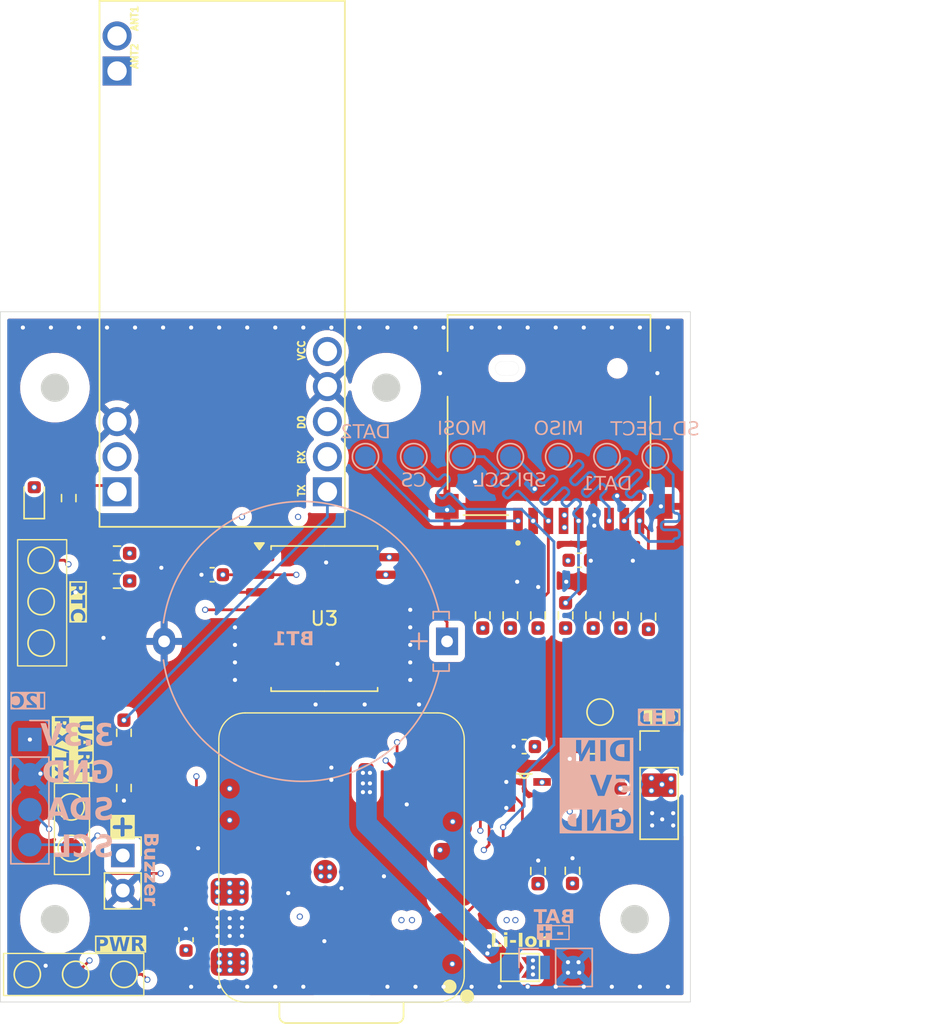
<source format=kicad_pcb>
(kicad_pcb (version 20241229) (generator "pcbnew") (generator_version "9.0")
  (layers (0 "F.Cu" signal) (4 "In1.Cu" signal) (6 "In2.Cu" signal) (8 "In3.Cu" signal) (10 "In4.Cu" signal) (2 "B.Cu" signal) (13 "F.Paste" user) (15 "B.Paste" user) (5 "F.SilkS" user "F.Silkscreen") (7 "B.SilkS" user "B.Silkscreen") (1 "F.Mask" user) (3 "B.Mask" user) (25 "Edge.Cuts" user))
  (net 0 "")
  (net 1 "GND")
  (net 2 "+5V")
  (net 3 "+3.3V")
  (net 4 "Net-(U2-Y)")
  (net 5 "/LED_Din")
  (net 6 "/UART_RX")
  (net 7 "Net-(R3-Pad1)")
  (net 8 "/SD_DECT")
  (net 9 "/MISO")
  (net 10 "/SPI_SCL")
  (net 11 "/MOSI")
  (net 12 "/SPI_CS")
  (net 13 "Net-(D2-K)")
  (net 18 "/Buzzer")
  (net 20 "/LED_Driver")
  (net 22 "Net-(U1-GPIO16_D6_TX)")
  (net 23 "/I2C_SCL")
  (net 26 "/I2C_SDA")
  (net 29 "/DAT2")
  (net 30 "/DAT1")
  (net 31 "Net-(R1-Pad1)")
  (net 32 "Net-(J1-Pin_1)")
  (net 33 "/Battery_Cell")
  (net 34 "Net-(U3-32KHZ)")
  (net 35 "Net-(U3-~{INT}{slash}SQW)")
  (net 36 "Net-(U3-~{RST})")
  (net 37 "Net-(JP1-A)")
  (footprint "Capacitor_SMD:C_0603_1608Metric" (layer "F.Cu") (at 123 97.5 180)
    (property "Reference" "C5" (hide yes))
    (property "Value" "100nF" (hide yes))
  )
  (footprint "Connector_PinHeader_2.54mm:PinHeader_1x03_P2.54mm_Vertical" (layer "F.Cu") (at 128.778 111.252)
    (property "Reference" "J3" (hide yes))
    (property "Value" "LED")
  )
  (footprint "Seeed Studio XIAO Series Library:XIAO-ESP32C6-SMD" (layer "F.Cu") (at 105.54 119 180)
    (property "Reference" "U1" (hide yes))
    (property "Value" "XIAO-ESP32-S3-SMD")
  )
  (footprint "TestPoint:TestPoint_Pad_D1.5mm" (layer "F.Cu") (at 83 127.5)
    (property "Reference" "TP3" (hide yes))
    (property "Value" "GND" (hide yes))
  )
  (footprint "LED_SMD:LED_0603_1608Metric" (layer "F.Cu") (at 83.5 93 90)
    (property "Reference" "D2" (hide yes))
    (property "Value" "LED" (hide yes))
  )
  (footprint "Resistor_SMD:R_0603_1608Metric_Pad0.98x0.95mm_HandSolder" (layer "F.Cu") (at 120 101.5 90)
    (property "Reference" "R14" (hide yes))
    (property "Value" "47k" (hide yes))
  )
  (footprint "Resistor_SMD:R_0603_1608Metric_Pad0.98x0.95mm_HandSolder" (layer "F.Cu") (at 122 101.5 90)
    (property "Reference" "R13" (hide yes))
    (property "Value" "47k" (hide yes))
  )
  (footprint "Resistor_SMD:R_0603_1608Metric_Pad0.98x0.95mm_HandSolder" (layer "F.Cu") (at 90 110 -90)
    (property "Reference" "R3" (hide yes))
    (property "Value" "10K" (hide yes))
  )
  (footprint "Capacitor_SMD:C_0603_1608Metric" (layer "F.Cu") (at 96.393 98.552)
    (property "Reference" "C2" (hide yes))
    (property "Value" "100nF" (hide yes))
  )
  (footprint "TestPoint:TestPoint_Pad_D1.5mm" (layer "F.Cu") (at 84 103.5)
    (property "Reference" "TP1" (hide yes))
    (property "Value" "TestPoint" (hide yes))
  )
  (footprint "Package_SO:SOIC-16W_7.5x10.3mm_P1.27mm" (layer "F.Cu") (at 104.521 101.727)
    (property "Reference" "U3")
    (property "Value" "DS3231M" (hide yes))
  )
  (footprint "Connector_PinSocket_2.54mm:PinSocket_1x02_P2.54mm_Vertical" (layer "F.Cu") (at 89.916 118.888)
    (property "Reference" "BZ1" (hide yes))
    (property "Value" "Buzzer" (hide yes))
  )
  (footprint "Resistor_SMD:R_0603_1608Metric_Pad0.98x0.95mm_HandSolder" (layer "F.Cu") (at 116 101.5 90)
    (property "Reference" "R15" (hide yes))
    (property "Value" "47k" (hide yes))
  )
  (footprint "TestPoint:TestPoint_Pad_D1.5mm" (layer "F.Cu") (at 86.175 118.373)
    (property "Reference" "TP8" (hide yes))
    (property "Value" "UART_TX" (hide yes))
  )
  (footprint "Jumper:SolderJumper-2_P1.3mm_Open_TrianglePad1.0x1.5mm" (layer "F.Cu") (at 118.708 127)
    (property "Reference" "JP1" (hide yes))
    (property "Value" "Li-Ion")
  )
  (footprint "footprints:RDM6300" (layer "F.Cu") (at 97.12 76.03 -90)
    (property "Reference" "RDM1" (hide yes))
    (property "Value" "RDM6300")
  )
  (footprint "Resistor_SMD:R_0603_1608Metric_Pad0.98x0.95mm_HandSolder" (layer "F.Cu") (at 89.5 97 180)
    (property "Reference" "R7" (hide yes))
    (property "Value" "NC" (hide yes))
  )
  (footprint "Resistor_SMD:R_0603_1608Metric_Pad0.98x0.95mm_HandSolder" (layer "F.Cu") (at 89.5 99 180)
    (property "Reference" "R8" (hide yes))
    (property "Value" "NC" (hide yes))
  )
  (footprint "footprints:SOT95P280X145-5N" (layer "F.Cu") (at 119 114.5)
    (property "Reference" "U2" (hide yes))
    (property "Value" "SN74AHCT1G125DBVT" (hide yes))
  )
  (footprint "Capacitor_SMD:C_0603_1608Metric" (layer "F.Cu") (at 119 111)
    (property "Reference" "C3" (hide yes))
    (property "Value" "100nF" (hide yes))
  )
  (footprint "Resistor_SMD:R_0603_1608Metric_Pad0.98x0.95mm_HandSolder" (layer "F.Cu") (at 86 93 -90)
    (property "Reference" "R1" (hide yes))
    (property "Value" "150R" (hide yes))
  )
  (footprint "Resistor_SMD:R_0603_1608Metric_Pad0.98x0.95mm_HandSolder" (layer "F.Cu") (at 124 111)
    (property "Reference" "R2" (hide yes))
    (property "Value" "100R" (hide yes))
  )
  (footprint "Resistor_SMD:R_0603_1608Metric_Pad0.98x0.95mm_HandSolder" (layer "F.Cu") (at 124 101.5 90)
    (property "Reference" "R12" (hide yes))
    (property "Value" "47k" (hide yes))
  )
  (footprint "TestPoint:TestPoint_Pad_D1.5mm" (layer "F.Cu") (at 84 100.5)
    (property "Reference" "TP10" (hide yes))
    (property "Value" "TestPoint" (hide yes))
  )
  (footprint "TestPoint:TestPoint_Pad_D1.5mm" (layer "F.Cu") (at 86.5 127.5)
    (property "Reference" "TP2" (hide yes))
    (property "Value" "+5V" (hide yes))
  )
  (footprint "TestPoint:TestPoint_Pad_D1.5mm" (layer "F.Cu") (at 90 127.5)
    (property "Reference" "TP4" (hide yes))
    (property "Value" "3,3V" (hide yes))
  )
  (footprint "Resistor_SMD:R_0603_1608Metric_Pad0.98x0.95mm_HandSolder" (layer "F.Cu") (at 128 101.5875 90)
    (property "Reference" "R11" (hide yes))
    (property "Value" "47k" (hide yes))
  )
  (footprint "TestPoint:TestPoint_Pad_D1.5mm" (layer "F.Cu") (at 124.5 108.5)
    (property "Reference" "TP5" (hide yes))
    (property "Value" "Din" (hide yes))
  )
  (footprint "Resistor_SMD:R_0603_1608Metric_Pad0.98x0.95mm_HandSolder" (layer "F.Cu") (at 118 101.5 90)
    (property "Reference" "R9" (hide yes))
    (property "Value" "47k" (hide yes))
  )
  (footprint "Capacitor_SMD:C_0603_1608Metric" (layer "F.Cu") (at 125.984 114.808 90)
    (property "Reference" "C4" (hide yes))
    (property "Value" "10µF" (hide yes))
  )
  (footprint "Resistor_SMD:R_0603_1608Metric_Pad0.98x0.95mm_HandSolder" (layer "F.Cu") (at 122.5 120 90)
    (property "Reference" "R6" (hide yes))
    (property "Value" "4k7" (hide yes))
  )
  (footprint "Resistor_SMD:R_0603_1608Metric_Pad0.98x0.95mm_HandSolder" (layer "F.Cu") (at 90 114 -90)
    (property "Reference" "R4" (hide yes))
    (property "Value" "20k" (hide yes))
  )
  (footprint "TestPoint:TestPoint_Pad_D1.5mm" (layer "F.Cu") (at 84 97.5 90)
    (property "Reference" "TP9" (hide yes))
    (property "Value" "TestPoint" (hide yes))
  )
  (footprint "footprints:WURTH_693071020811" (layer "F.Cu") (at 120.8 83.6 180)
    (property "Reference" "J4" (hide yes))
    (property "Value" "MicroSD" (hide yes))
    (fp_line (start 3.4 0.5) (end 2.7 0.5) (stroke (width 0.01)) (layer "Edge.Cuts"))
    (fp_line (start 2.7 -0.5) (end 3.4 -0.5) (stroke (width 0.01)) (layer "Edge.Cuts"))
    (fp_arc (start 3.9 0) (mid 3.753553 0.353553) (end 3.4 0.5) (stroke (width 0.01)) (layer "Edge.Cuts"))
    (fp_arc (start 3.4 -0.5) (mid 3.753553 -0.353553) (end 3.9 0) (stroke (width 0.01)) (layer "Edge.Cuts"))
    (fp_arc (start 2.7 0.5) (mid 2.346447 0.353553) (end 2.2 0) (stroke (width 0.01)) (layer "Edge.Cuts"))
    (fp_arc (start 2.2 0) (mid 2.346447 -0.353553) (end 2.7 -0.5) (stroke (width 0.01)) (layer "Edge.Cuts"))
  )
  (footprint "Resistor_SMD:R_0603_1608Metric_Pad0.98x0.95mm_HandSolder" (layer "F.Cu") (at 126 101.5 90)
    (property "Reference" "R10" (hide yes))
    (property "Value" "47k" (hide yes))
  )
  (footprint "TestPoint:TestPoint_Pad_D1.5mm" (layer "F.Cu") (at 86.175 115.373)
    (property "Reference" "TP7" (hide yes))
    (property "Value" "UART_RX" (hide yes))
  )
  (footprint "Resistor_SMD:R_0603_1608Metric_Pad0.98x0.95mm_HandSolder" (layer "F.Cu") (at 120 120.015 90)
    (property "Reference" "R5" (hide yes))
    (property "Value" "4k7" (hide yes))
  )
  (footprint "Capacitor_SMD:C_0603_1608Metric" (layer "F.Cu") (at 94.5 125 -90)
    (property "Reference" "C1" (hide yes))
    (property "Value" "10µF" (hide yes))
  )
  (footprint "TestPoint:TestPoint_Pad_D1.5mm" (layer "B.Cu") (at 107.5 90)
    (property "Reference" "TP15" (hide yes))
    (property "Value" "DAT2")
  )
  (footprint "TestPoint:TestPoint_Pad_D1.5mm" (layer "B.Cu") (at 111 90 180)
    (property "Reference" "TP5" (hide yes))
    (property "Value" "CS")
  )
  (footprint "TestPoint:TestPoint_Pad_D1.5mm" (layer "B.Cu") (at 128.5 90 180)
    (property "Reference" "TP6" (hide yes))
    (property "Value" "SD_DECT")
  )
  (footprint "Battery:Battery_Panasonic_CR2032-HFN_Horizontal_CircularHoles" (layer "B.Cu") (at 113.411 103.378 180)
    (property "Reference" "BT1")
    (property "Value" "Battery_Cell" (hide yes))
  )
  (footprint "TestPoint:TestPoint_Pad_D1.5mm" (layer "B.Cu") (at 125 90 180)
    (property "Reference" "TP14" (hide yes))
    (property "Value" "DAT1")
  )
  (footprint "Connector_PinHeader_2.54mm:PinHeader_1x02_P2.54mm_Vertical" (layer "B.Cu") (at 120.01 127 -90)
    (property "Reference" "J1" (hide yes))
    (property "Value" "Conn_01x02_Pin" (hide yes))
  )
  (footprint "TestPoint:TestPoint_Pad_D1.5mm" (layer "B.Cu") (at 114.5 90 180)
    (property "Reference" "TP11" (hide yes))
    (property "Value" "MOSI")
  )
  (footprint "Connector_PinHeader_2.54mm:PinHeader_1x04_P2.54mm_Vertical" (layer "B.Cu") (at 83.185 110.49 180)
    (property "Reference" "J2" (hide yes))
    (property "Value" "I2C")
  )
  (footprint "TestPoint:TestPoint_Pad_D1.5mm" (layer "B.Cu") (at 121.5 90 180)
    (property "Reference" "TP12" (hide yes))
    (property "Value" "MISO")
  )
  (footprint "TestPoint:TestPoint_Pad_D1.5mm" (layer "B.Cu") (at 118 90 180)
    (property "Reference" "TP13" (hide yes))
    (property "Value" "SPI SCL")
  )
  (gr_rect (start 81.28 125.984) (end 91.44 129.032) (stroke (width 0.1)) (fill no) (layer "F.SilkS"))
  (gr_rect (start 84.963 113.665) (end 87.503 120.269) (stroke (width 0.1)) (fill no) (layer "F.SilkS"))
  (gr_rect (start 82.296 96.012) (end 85.852 105.156) (stroke (width 0.1)) (fill no) (layer "F.SilkS"))
  (gr_rect (start 120.0644 123.968) (end 122.2516 124.968) (stroke (width 0.1)) (fill no) (layer "B.SilkS"))
  (gr_circle (center 85 123.5) (end 86 123.5) (stroke (width 0.05)) (fill yes) (layer "Edge.Cuts"))
  (gr_circle (center 85 85) (end 86 85) (stroke (width 0.05)) (fill yes) (layer "Edge.Cuts"))
  (gr_rect (start 81.045 79.502) (end 131.045 129.502) (stroke (width 0.05)) (fill no) (layer "Edge.Cuts"))
  (gr_circle (center 127 123.5) (end 128 123.5) (stroke (width 0.05)) (fill yes) (layer "Edge.Cuts"))
  (gr_circle (center 109 85) (end 110 85) (stroke (width 0.05)) (fill yes) (layer "Edge.Cuts"))
  (gr_text "UART\nRX/TX" (at 84.836 111.125 270) (layer "F.SilkS" knockout) (effects (font (size 1 1) (thickness 0.1)) (justify bottom)))
  (gr_text "Buzzer" (at 91.313 117.221 270) (layer "F.SilkS") (effects (font (size 1 1) (thickness 0.1)) (justify left bottom)))
  (gr_text "+" (at 88.773 117.602 0) (layer "F.SilkS" knockout) (effects (font (size 1.5 1.5) (thickness 0.3) (bold yes)) (justify left bottom)))
  (gr_text "+" (at 88.773 117.602 0) (layer "F.SilkS" knockout) (effects (font (size 1.5 1.5) (thickness 0.3) (bold yes)) (justify left bottom)))
  (gr_text "RTC" (at 86 99 270) (layer "F.SilkS" knockout) (effects (font (size 1 1)) (justify left bottom)))
  (gr_text "PWR" (at 87.884 125.984 0) (layer "F.SilkS" knockout) (effects (font (size 1 1) (thickness 0.1)) (justify left bottom)))
  (gr_text "-" (at 121.896 123.968 180) (layer "B.SilkS") (effects (font (size 1 1) (thickness 0.1)) (justify left bottom)))
  (gr_text "LED" (at 128.778 108.966 0) (layer "B.SilkS" knockout) (effects (font (size 1 1)) (justify mirror)))
  (gr_text "BAT" (at 122.682 123.968 0) (layer "B.SilkS") (effects (font (size 1 1) (thickness 0.1)) (justify left bottom mirror)))
  (gr_text "DIN\n5V\nGND" (at 126.8476 117.348 0) (layer "B.SilkS" knockout) (effects (font (size 1.5 1.5) (thickness 0.3) (bold yes)) (justify left bottom mirror)))
  (gr_text "Buzzer" (at 91.313 117.221 270) (layer "B.SilkS") (effects (font (size 1 1) (thickness 0.1)) (justify left bottom)))
  (gr_text "+" (at 121.0578 123.8076 180) (layer "B.SilkS" knockout) (effects (font (size 1 1) (thickness 0.1)) (justify left bottom)))
  (gr_text "3.3V\nGND\nSDA\nSCL" (at 89.281 114.3 0) (layer "B.SilkS") (effects (font (size 1.6 1.5) (thickness 0.3) (bold yes)) (justify left mirror)))
  (segment (start 109.171 101.092) (end 110.744 101.092) (width 0.2) (layer "F.Cu") (net 1))
  (segment (start 109.171 102.362) (end 110.744 102.362) (width 0.2) (layer "F.Cu") (net 1))
  (segment (start 99.871 102.362) (end 98.044 102.362) (width 0.2) (layer "F.Cu") (net 1))
  (segment (start 110.744 104.902) (end 109.171 104.902) (width 0.2) (layer "F.Cu") (net 1))
  (segment (start 98.044 106.172) (end 99.871 106.172) (width 0.2) (layer "F.Cu") (net 1))
  (segment (start 98.044 103.632) (end 99.871 103.632) (width 0.2) (layer "F.Cu") (net 1))
  (segment (start 84.328 126.873) (end 83.627 126.873) (width 0.2) (layer "F.Cu") (net 1))
  (segment (start 98.044 104.902) (end 99.871 104.902) (width 0.2) (layer "F.Cu") (net 1))
  (segment (start 110.744 103.632) (end 109.171 103.632) (width 0.2) (layer "F.Cu") (net 1))
  (segment (start 83.627 126.873) (end 83 127.5) (width 0.2) (layer "F.Cu") (net 1))
  (segment (start 110.744 106.172) (end 109.171 106.172) (width 0.2) (layer "F.Cu") (net 1))
  (via (at 90 114.9125) (size 0.45) (drill 0.3) (layers "F.Cu" "B.Cu") (net 1))
  (via (at 121.285 128.397) (size 0.45) (drill 0.3) (layers "F.Cu" "B.Cu") (net 1))
  (via (at 118.237 110.998) (size 0.45) (drill 0.3) (layers "F.Cu" "B.Cu") (net 1))
  (via (at 119.253 80.645) (size 0.45) (drill 0.3) (layers "F.Cu" "B.Cu") (net 1))
  (via (at 112.903 83.947) (size 0.45) (drill 0.3) (layers "F.Cu" "B.Cu") (net 1))
  (via (at 110.744 102.362) (size 0.45) (drill 0.3) (layers "F.Cu" "B.Cu") (net 1))
  (via (at 129.413 80.645) (size 0.45) (drill 0.3) (layers "F.Cu" "B.Cu") (net 1))
  (via (at 98.552 124.079) (size 0.45) (drill 0.3) (layers "F.Cu" "B.Cu") (net 1))
  (via (at 86.741 80.645) (size 0.45) (drill 0.3) (layers "F.Cu" "B.Cu") (net 1))
  (via (at 102.997 128.397) (size 0.45) (drill 0.3) (layers "F.Cu" "B.Cu") (net 1))
  (via (at 113.157 80.645) (size 0.45) (drill 0.3) (layers "F.Cu" "B.Cu") (net 1))
  (via (at 101.9048 121.6152) (size 0.45) (drill 0.3) (layers "F.Cu" "B.Cu") (net 1))
  (via (at 124.079 94.234) (size 0.45) (drill 0.3) (layers "F.Cu" "B.Cu") (net 1))
  (via (at 125.73 92.837) (size 0.45) (drill 0.3) (layers "F.Cu" "B.Cu") (net 1))
  (via (at 92.71 98.044) (size 0.45) (drill 0.3) (layers "F.Cu" "B.Cu") (net 1))
  (via (at 107.442 107.95) (size 0.45) (drill 0.3) (layers "F.Cu" "B.Cu") (net 1))
  (via (at 103.886 107.95) (size 0.45) (drill 0.3) (layers "F.Cu" "B.Cu") (net 1))
  (via (at 123.825 97.536) (size 0.45) (drill 0.3) (layers "F.Cu" "B.Cu") (net 1))
  (via (at 104.521 125.095) (size 0.45) (drill 0.3) (layers "F.Cu" "B.Cu") (net 1))
  (via (at 98.552 124.714) (size 0.45) (drill 0.3) (layers "F.Cu" "B.Cu") (net 1))
  (via (at 88.519 103.124) (size 0.45) (drill 0.3) (layers "F.Cu" "B.Cu") (net 1))
  (via (at 129.794 115.824) (size 0.45) (drill 0.3) (layers "F.Cu" "B.Cu") (net 1))
  (via (at 119.761 92.329) (size 0.45) (drill 0.3) (layers "F.Cu" "B.Cu") (net 1))
  (via (at 122.174 127.381) (size 0.45) (drill 0.3) (layers "F.Cu" "B.Cu") (net 1))
  (via (at 88.773 80.645) (size 0.45) (drill 0.3) (layers "F.Cu" "B.Cu") (net 1))
  (via (at 83.95 112.96) (size 0.45) (drill 0.3) (layers "F.Cu" "B.Cu") (net 1))
  (via (at 110.744 106.172) (size 0.45) (drill 0.3) (layers "F.Cu" "B.Cu") (net 1))
  (via (at 113.411 93.853) (size 0.45) (drill 0.3) (layers "F.Cu" "B.Cu") (net 1))
  (via (at 117.7046 115.443) (size 0.45) (drill 0.3) (layers "F.Cu" "B.Cu") (net 1))
  (via (at 97.663 123.444) (size 0.45) (drill 0.3) (layers "F.Cu" "B.Cu") (net 1))
  (via (at 121.285 80.645) (size 0.45) (drill 0.3) (layers "F.Cu" "B.Cu") (net 1))
  (via (at 125.984 115.57) (size 0.45) (drill 0.3) (layers "F.Cu" "B.Cu") (net 1))
  (via (at 129 116.27) (size 0.45) (drill 0.3) (layers "F.Cu" "B.Cu") (net 1))
  (via (at 86.487 99.822) (size 0.45) (drill 0.3) (layers "F.Cu" "B.Cu") (net 1))
  (via (at 125.349 80.645) (size 0.45) (drill 0.3) (layers "F.Cu" "B.Cu") (net 1))
  (via (at 98.933 128.397) (size 0.45) (drill 0.3) (layers "F.Cu" "B.Cu") (net 1))
  (via (at 108.839 120.396) (size 0.45) (drill 0.3) (layers "F.Cu" "B.Cu") (net 1))
  (via (at 98.044 104.902) (size 0.45) (drill 0.3) (layers "F.Cu" "B.Cu") (net 1))
  (via (at 128.27 116.713) (size 0.45) (drill 0.3) (layers "F.Cu" "B.Cu") (net 1))
  (via (at 122.174 126.619) (size 0.45) (drill 0.3) (layers "F.Cu" "B.Cu") (net 1))
  (via (at 129.413 128.397) (size 0.45) (drill 0.3) (layers "F.Cu" "B.Cu") (net 1))
  (via (at 94.488 124.206) (size 0.45) (drill 0.3) (layers "F.Cu" "B.Cu") (net 1))
  (via (at 90.805 80.645) (size 0.45) (drill 0.3) (layers "F.Cu" "B.Cu") (net 1))
  (via (at 98.044 106.172) (size 0.45) (drill 0.3) (layers "F.Cu" "B.Cu") (net 1))
  (via (at 84.328 126.873) (size 0.45) (drill 0.3) (layers "F.Cu" "B.Cu") (net 1))
  (via (at 126.873 97.536) (size 0.45) (drill 0.3) (layers "F.Cu" "B.Cu") (net 1))
  (via (at 127.381 80.645) (size 0.45) (drill 0.3) (layers "F.Cu" "B.Cu") (net 1))
  (via (at 84.709 80.645) (size 0.45) (drill 0.3) (layers "F.Cu" "B.Cu") (net 1))
  (via (at 113.157 128.397) (size 0.45) (drill 0.3) (layers "F.Cu" "B.Cu") (net 1))
  (via (at 110.744 101.092) (size 0.45) (drill 0.3) (layers "F.Cu" "B.Cu") (net 1))
  (via (at 110.744 104.902) (size 0.45) (drill 0.3) (layers "F.Cu" "B.Cu") (net 1))
  (via (at 109.093 80.645) (size 0.45) (drill 0.3) (layers "F.Cu" "B.Cu") (net 1))
  (via (at 120.015 99.441) (size 0.45) (drill 0.3) (layers "F.Cu" "B.Cu") (net 1))
  (via (at 117.7046 113.5602) (size 0.45) (drill 0.3) (layers "F.Cu" "B.Cu") (net 1))
  (via (at 105.029 80.645) (size 0.45) (drill 0.3) (layers "F.Cu" "B.Cu") (net 1))
  (via (at 104.648 97.663) (size 0.45) (drill 0.3) (layers "F.Cu" "B.Cu") (net 1))
  (via (at 122.936 126.619) (size 0.45) (drill 0.3) (layers "F.Cu" "B.Cu") (net 1))
  (via (at 94.869 80.645) (size 0.45) (drill 0.3) (layers "F.Cu" "B.Cu") (net 1))
  (via (at 94.869 128.397) (size 0.45) (drill 0.3) (layers "F.Cu" "B.Cu") (net 1))
  (via (at 128.905 93.599) (size 0.45) (drill 0.3) (layers "F.Cu" "B.Cu") (net 1))
  (via (at 82.677 80.645) (size 0.45) (drill 0.3) (layers "F.Cu" "B.Cu") (net 1))
  (via (at 95.377 118.364) (size 0.45) (drill 0.3) (layers "F.Cu" "B.Cu") (net 1))
  (via (at 115.443 91.821) (size 0.45) (drill 0.3) (layers "F.Cu" "B.Cu") (net 1))
  (via (at 119.253 128.397) (size 0.45) (drill 0.3) (layers "F.Cu" "B.Cu") (net 1))
  (via (at 122.9868 127.381) (size 0.45) (drill 0.3) (layers "F.Cu" "B.Cu") (net 1))
  (via (at 98.933 80.645) (size 0.45) (drill 0.3) (layers "F.Cu" "B.Cu") (net 1))
  (via (at 111.379 107.95) (size 0.45) (drill 0.3) (layers "F.Cu" "B.Cu") (net 1))
  (via (at 96.901 80.645) (size 0.45) (drill 0.3) (layers "F.Cu" "B.Cu") (net 1))
  (via (at 115.189 80.645) (size 0.45) (drill 0.3) (layers "F.Cu" "B.Cu") (net 1))
  (via (at 117.221 80.645) (size 0.45) (drill 0.3) (layers "F.Cu" "B.Cu") (net 1))
  (via (at 96.774 123.444) (size 0.45) (drill 0.3) (layers "F.Cu" "B.Cu") (net 1))
  (via (at 118.491 99.06) (size 0.45) (drill 0.3) (layers "F.Cu" "B.Cu") (net 1))
  (via (at 111.125 128.397) (size 0.45) (drill 0.3) (layers "F.Cu" "B.Cu") (net 1))
  (via (at 123.317 80.645) (size 0.45) (drill 0.3) (layers "F.Cu" "B.Cu") (net 1))
  (via (at 115.189 128.397) (size 0.45) (drill 0.3) (layers "F.Cu" "B.Cu") (net 1))
  (via (at 111.125 80.645) (size 0.45) (drill 0.3) (layers "F.Cu" "B.Cu") (net 1))
  (via (at 127.381 128.397) (size 0.45) (drill 0.3) (layers "F.Cu" "B.Cu") (net 1))
  (via (at 129.794 116.713) (size 0.45) (drill 0.3) (layers "F.Cu" "B.Cu") (net 1))
  (via (at 117.221 128.397) (size 0.45) (drill 0.3) (layers "F.Cu" "B.Cu") (net 1))
  (via (at 98.552 123.444) (size 0.45) (drill 0.3) (layers "F.Cu" "B.Cu") (net 1))
  (via (at 122.047 99.06) (size 0.45) (drill 0.3) (layers "F.Cu" "B.Cu") (net 1))
  (via (at 110.49 115.189) (size 0.45) (drill 0.3) (layers "F.Cu" "B.Cu") (net 1))
  (via (at 123.317 128.397) (size 0.45) (drill 0.3) (layers "F.Cu" "B.Cu") (net 1))
  (via (at 102.997 80.645) (size 0.45) (drill 0.3) (layers "F.Cu" "B.Cu") (net 1))
  (via (at 92.837 80.645) (size 0.45) (drill 0.3) (layers "F.Cu" "B.Cu") (net 1))
  (via (at 125.349 128.397) (size 0.45) (drill 0.3) (layers "F.Cu" "B.Cu") (net 1))
  (via (at 128.651 83.947) (size 0.45) (drill 0.3) (layers "F.Cu" "B.Cu") (net 1))
  (via (at 105.029 113.411) (size 0.45) (drill 0.3) (layers "F.Cu" "B.Cu") (net 1))
  (via (at 107.061 80.645) (size 0.45) (drill 0.3) (layers "F.Cu" "B.Cu") (net 1))
  (via (at 98.044 102.362) (size 0.45) (drill 0.3) (layers "F.Cu" "B.Cu") (net 1))
  (via (at 110.744 103.632) (size 0.45) (drill 0.3) (layers "F.Cu" "B.Cu") (net 1))
  (via (at 96.774 124.079) (size 0.45) (drill 0.3) (layers "F.Cu" "B.Cu") (net 1))
  (via (at 96.901 128.397) (size 0.45) (drill 0.3) (layers "F.Cu" "B.Cu") (net 1))
  (via (at 105.029 112.522) (size 0.45) (drill 0.3) (layers "F.Cu" "B.Cu") (net 1))
  (via (at 120.015 119.253) (size 0.45) (drill 0.3) (layers "F.Cu" "B.Cu") (net 1))
  (via (at 109.093 128.397) (size 0.45) (drill 0.3) (layers "F.Cu" "B.Cu") (net 1))
  (via (at 105.475 105) (size 0.45) (drill 0.3) (layers "F.Cu" "B.Cu") (net 1))
  (via (at 128.27 115.824) (size 0.45) (drill 0.3) (layers "F.Cu" "B.Cu") (net 1))
  (via (at 124.079 94.996) (size 0.45) (drill 0.3) (layers "F.Cu" "B.Cu") (net 1))
  (via (at 100.965 80.645) (size 0.45) (drill 0.3) (layers "F.Cu" "B.Cu") (net 1))
  (via (at 95.618 98.552) (size 0.45) (drill 0.3) (layers "F.Cu" "B.Cu") (net 1))
  (via (at 100.965 128.397) (size 0.45) (drill 0.3) (layers "F.Cu" "B.Cu") (net 1))
  (via (at 97.663 124.714) (size 0.45) (drill 0.3) (layers "F.Cu" "B.Cu") (net 1))
  (via (at 98.044 103.632) (size 0.45) (drill 0.3) (layers "F.Cu" "B.Cu") (net 1))
  (via (at 105.7656 121.2596) (size 0.45) (drill 0.3) (layers "F.Cu" "B.Cu") (net 1))
  (via (at 97.663 124.079) (size 0.45) (drill 0.3) (layers "F.Cu" "B.Cu") (net 1))
  (via (at 122.5 119.0875) (size 0.45) (drill 0.3) (layers "F.Cu" "B.Cu") (net 1))
  (via (at 96.774 124.714) (size 0.45) (drill 0.3) (layers "F.Cu" "B.Cu") (net 1))
  (segment (start 87.5055 126.4945) (end 86.5 127.5) (width 0.2) (layer "F.Cu") (net 2))
  (via (at 128.2192 114.1984) (size 0.45) (drill 0.3) (layers "F.Cu" "B.Cu") (net 2))
  (via (at 98.6028 127.2032) (size 0.45) (drill 0.3) (layers "F.Cu" "B.Cu") (net 2))
  (via (at 128.2192 113.284) (size 0.45) (drill 0.3) (layers "F.Cu" "B.Cu") (net 2))
  (via (at 97.6884 127.2032) (size 0.45) (drill 0.3) (layers "F.Cu" "B.Cu") (net 2))
  (via (at 129.6416 113.3348) (size 0.45) (drill 0.3) (layers "F.Cu" "B.Cu") (net 2))
  (via (at 120.2944 113.5888) (size 0.45) (drill 0.3) (layers "F.Cu" "B.Cu") (net 2))
  (via (at 96.9264 126.6444) (size 0.45) (drill 0.3) (layers "F.Cu" "B.Cu") (net 2))
  (via (at 94.488 125.73) (size 0.45) (drill 0.3) (layers "F.Cu" "B.Cu") (net 2))
  (via (at 98.6028 126.0856) (size 0.45) (drill 0.3) (layers "F.Cu" "B.Cu") (net 2))
  (via (at 87.5055 126.4945) (size 0.45) (drill 0.3) (layers "F.Cu" "B.Cu") (net 2))
  (via (at 129.6416 114.2492) (size 0.45) (drill 0.3) (layers "F.Cu" "B.Cu") (net 2))
  (via (at 98.6028 126.6444) (size 0.45) (drill 0.3) (layers "F.Cu" "B.Cu") (net 2))
  (via (at 119.761 110.998) (size 0.45) (drill 0.3) (layers "F.Cu" "B.Cu") (net 2))
  (via (at 97.6884 126.0856) (size 0.45) (drill 0.3) (layers "F.Cu" "B.Cu") (net 2))
  (via (at 97.6884 126.6444) (size 0.45) (drill 0.3) (layers "F.Cu" "B.Cu") (net 2))
  (via (at 125.984 114.046) (size 0.45) (drill 0.3) (layers "F.Cu" "B.Cu") (net 2))
  (via (at 128.9812 113.7412) (size 0.45) (drill 0.3) (layers "F.Cu" "B.Cu") (net 2))
  (via (at 96.9264 127.2032) (size 0.45) (drill 0.3) (layers "F.Cu" "B.Cu") (net 2))
  (via (at 96.9264 126.0856) (size 0.45) (drill 0.3) (layers "F.Cu" "B.Cu") (net 2))
  (segment (start 91.305 127.5) (end 91.694 127.889) (width 0.2) (layer "F.Cu") (net 3))
  (segment (start 99.871 98.552) (end 102.489 98.552) (width 0.2) (layer "F.Cu") (net 3))
  (segment (start 90 127.5) (end 91.305 127.5) (width 0.2) (layer "F.Cu") (net 3))
  (segment (start 97.676 98.552) (end 99.871 98.552) (width 0.2) (layer "F.Cu") (net 3))
  (via (at 104.267 120.396) (size 0.45) (drill 0.3) (layers "F.Cu" "B.Cu") (net 3))
  (via (at 83.5 92.2125) (size 0.45) (drill 0.3) (layers "F.Cu" "B.Cu") (net 3))
  (via (at 126 102.4125) (size 0.45) (drill 0.3) (layers "F.Cu" "B.Cu") (net 3))
  (via (at 97.168 98.552) (size 0.45) (drill 0.3) (layers "F.Cu" "B.Cu") (net 3))
  (via (at 102.616 94.361) (size 0.45) (drill 0.3) (layers "F.Cu" "B.Cu") (net 3))
  (via (at 120 121) (size 0.45) (drill 0.3) (layers "F.Cu" "B.Cu") (net 3))
  (via (at 90.4125 99) (size 0.45) (drill 0.3) (layers "F.Cu" "B.Cu") (net 3))
  (via (at 121.92 95.123) (size 0.45) (drill 0.3) (layers "F.Cu" "B.Cu") (net 3))
  (via (at 118 102.4125) (size 0.45) (drill 0.3) (layers "F.Cu" "B.Cu") (net 3))
  (via (at 110.109 123.571) (size 0.45) (drill 0.3) (layers "F.Cu" "B.Cu") (net 3))
  (via (at 102.743 123.317) (size 0.45) (drill 0.3) (layers "F.Cu" "B.Cu") (net 3))
  (via (at 98.552 94.361) (size 0.45) (drill 0.3) (layers "F.Cu" "B.Cu") (net 3))
  (via (at 117.729 123.571) (size 0.45) (drill 0.3) (layers "F.Cu" "B.Cu") (net 3))
  (via (at 122.301 111.887) (size 0.45) (drill 0.3) (layers "F.Cu" "B.Cu") (net 3))
  (via (at 104.902 120.396) (size 0.45) (drill 0.3) (layers "F.Cu" "B.Cu") (net 3))
  (via (at 122 102.4125) (size 0.45) (drill 0.3) (layers "F.Cu" "B.Cu") (net 3))
  (via (at 97.663 120.904) (size 0.45) (drill 0.3) (layers "F.Cu" "B.Cu") (net 3))
  (via (at 121.92 94.234) (size 0.45) (drill 0.3) (layers "F.Cu" "B.Cu") (net 3))
  (via (at 104.902 119.761) (size 0.45) (drill 0.3) (layers "F.Cu" "B.Cu") (net 3))
  (via (at 118.364 123.571) (size 0.45) (drill 0.3) (layers "F.Cu" "B.Cu") (net 3))
  (via (at 98.552 121.539) (size 0.45) (drill 0.3) (layers "F.Cu" "B.Cu") (net 3))
  (via (at 104.267 119.761) (size 0.45) (drill 0.3) (layers "F.Cu" "B.Cu") (net 3))
  (via (at 122.174 97.536) (size 0.45) (drill 0.3) (layers "F.Cu" "B.Cu") (net 3))
  (via (at 128 102.5) (size 0.45) (drill 0.3) (layers "F.Cu" "B.Cu") (net 3))
  (via (at 110.871 123.571) (size 0.45) (drill 0.3) (layers "F.Cu" "B.Cu") (net 3))
  (via (at 97.663 122.174) (size 0.45) (drill 0.3) (layers "F.Cu" "B.Cu") (net 3))
  (via (at 97.663 121.539) (size 0.45) (drill 0.3) (layers "F.Cu" "B.Cu") (net 3))
  (via (at 98.552 122.174) (size 0.45) (drill 0.3) (layers "F.Cu" "B.Cu") (net 3))
  (via (at 116 102.4125) (size 0.45) (drill 0.3) (layers "F.Cu" "B.Cu") (net 3))
  (via (at 102.489 98.552) (size 0.45) (drill 0.3) (layers "F.Cu" "B.Cu") (net 3))
  (via (at 83.185 110.49) (size 0.45) (drill 0.3) (layers "F.Cu" "B.Cu") (net 3))
  (via (at 90.4125 97) (size 0.45) (drill 0.3) (layers "F.Cu" "B.Cu") (net 3))
  (via (at 124 102.4125) (size 0.45) (drill 0.3) (layers "F.Cu" "B.Cu") (net 3))
  (via (at 120 102.4125) (size 0.45) (drill 0.3) (layers "F.Cu" "B.Cu") (net 3))
  (via (at 98.552 120.904) (size 0.45) (drill 0.3) (layers "F.Cu" "B.Cu") (net 3))
  (via (at 96.774 122.174) (size 0.45) (drill 0.3) (layers "F.Cu" "B.Cu") (net 3))
  (via (at 122.5 120.9125) (size 0.45) (drill 0.3) (layers "F.Cu" "B.Cu") (net 3))
  (via (at 96.774 121.539) (size 0.45) (drill 0.3) (layers "F.Cu" "B.Cu") (net 3))
  (via (at 91.694 127.889) (size 0.45) (drill 0.3) (layers "F.Cu" "B.Cu") (net 3))
  (via (at 96.774 120.904) (size 0.45) (drill 0.3) (layers "F.Cu" "B.Cu") (net 3))
  (via (at 122.301 115.697) (size 0.45) (drill 0.3) (layers "F.Cu" "B.Cu") (net 3))
  (segment (start 123.0875 111) (end 123.0875 112.6477) (width 0.2) (layer "F.Cu") (net 4))
  (segment (start 123.0875 112.6477) (end 120.2954 115.4398) (width 0.2) (layer "F.Cu") (net 4))
  (segment (start 124.9125 108.9125) (end 124.5 108.5) (width 0.2) (layer "F.Cu") (net 5))
  (segment (start 124.9125 111) (end 124.9125 108.9125) (width 0.2) (layer "F.Cu") (net 5))
  (segment (start 124.9125 111) (end 128.81 111) (width 0.2) (layer "F.Cu") (net 5))
  (segment (start 128.81 111) (end 129 111.19) (width 0.2) (layer "F.Cu") (net 5))
  (segment (start 88.4605 113.0875) (end 90 113.0875) (width 0.2) (layer "F.Cu") (net 6))
  (segment (start 90 113.0875) (end 90 110.9125) (width 0.2) (layer "F.Cu") (net 6))
  (segment (start 90 110.9125) (end 97.2106 110.9125) (width 0.2) (layer "F.Cu") (net 6))
  (segment (start 86.175 115.373) (end 88.4605 113.0875) (width 0.2) (layer "F.Cu") (net 6))
  (segment (start 97.2106 110.9125) (end 97.6566 111.3585) (width 0.2) (layer "F.Cu") (net 6))
  (via (at 90 109.0875) (size 0.45) (drill 0.3) (layers "F.Cu" "B.Cu") (net 7))
  (segment (start 90 109.0875) (end 104.74 94.3475) (width 0.2) (layer "B.Cu") (net 7))
  (segment (start 104.74 94.3475) (end 104.74 92.54) (width 0.2) (layer "B.Cu") (net 7))
  (segment (start 128 95.3) (end 127.35 94.65) (width 0.2) (layer "F.Cu") (net 8))
  (segment (start 128 100.675) (end 128 95.3) (width 0.2) (layer "F.Cu") (net 8))
  (via (at 127.35 94.65) (size 0.45) (drill 0.3) (layers "F.Cu" "B.Cu") (net 8))
  (via (at 113.792 126.746) (size 0.45) (drill 0.3) (layers "F.Cu" "B.Cu") (net 8))
  (segment (start 129.173796 95.299) (end 130.019414 95.299) (width 0.2) (layer "B.Cu") (net 8))
  (segment (start 128.016 96.139) (end 129.794 96.139) (width 0.2) (layer "B.Cu") (net 8))
  (segment (start 129.794 91.294) (end 129.794 93.873598) (width 0.2) (layer "B.Cu") (net 8))
  (segment (start 129.173796 94.699) (end 130.019402 94.699) (width 0.2) (layer "B.Cu") (net 8))
  (segment (start 127.35 95.473) (end 128.016 96.139) (width 0.2) (layer "B.Cu") (net 8))
  (segment (start 130.244804 94.473598) (end 130.244804 94.324402) (width 0.2) (layer "B.Cu") (net 8))
  (segment (start 130.244828 95.688172) (end 130.244828 95.524414) (width 0.2) (layer "B.Cu") (net 8))
  (segment (start 128.5 90) (end 129.794 91.294) (width 0.2) (layer "B.Cu") (net 8))
  (segment (start 127.35 94.65) (end 127.35 95.473) (width 0.2) (layer "B.Cu") (net 8))
  (segment (start 128.933796 95.059) (end 128.933796 94.939) (width 0.2) (layer "B.Cu") (net 8))
  (arc (start 130.244828 95.524414) (mid 130.178806 95.365022) (end 130.019414 95.299) (width 0.2) (layer "B.Cu") (net 8))
  (arc (start 130.019414 95.913586) (mid 130.178806 95.847564) (end 130.244828 95.688172) (width 0.2) (layer "B.Cu") (net 8))
  (arc (start 128.933796 94.939) (mid 129.00409 94.769294) (end 129.173796 94.699) (width 0.2) (layer "B.Cu") (net 8))
  (arc (start 129.794 96.139) (mid 129.860022 95.979608) (end 130.019414 95.913586) (width 0.2) (layer "B.Cu") (net 8))
  (arc (start 130.244804 94.324402) (mid 130.178785 94.165019) (end 130.019402 94.099) (width 0.2) (layer "B.Cu") (net 8))
  (arc (start 129.173796 95.299) (mid 129.00409 95.228706) (end 128.933796 95.059) (width 0.2) (layer "B.Cu") (net 8))
  (arc (start 130.019402 94.699) (mid 130.178785 94.632981) (end 130.244804 94.473598) (width 0.2) (layer "B.Cu") (net 8))
  (arc (start 130.019402 94.099) (mid 129.860019 94.032981) (end 129.794 93.873598) (width 0.2) (layer "B.Cu") (net 8))
  (segment (start 125.15 99.4375) (end 124 100.5875) (width 0.2) (layer "F.Cu") (net 9))
  (segment (start 125.15 94.65) (end 125.15 99.4375) (width 0.2) (layer "F.Cu") (net 9))
  (via (at 97.663 116.332) (size 0.45) (drill 0.3) (layers "F.Cu" "B.Cu") (net 9))
  (via (at 125.15 94.65) (size 0.45) (drill 0.3) (layers "F.Cu" "B.Cu") (net 9))
  (segment (start 123.161795 91.661795) (end 122.848562 91.975025) (width 0.2) (layer "B.Cu") (net 9))
  (segment (start 124.889215 92.140559) (end 124.80436 92.055704) (width 0.2) (layer "B.Cu") (net 9))
  (segment (start 125.15 94.65) (end 125.15 93.65) (width 0.2) (layer "B.Cu") (net 9))
  (segment (start 124.010327 92.510327) (end 123.697107 92.823544) (width 0.2) (layer "B.Cu") (net 9))
  (segment (start 124.010325 92.510326) (end 124.464948 92.055704) (width 0.2) (layer "B.Cu") (net 9))
  (segment (start 123.616398 91.20719) (end 123.161793 91.661794) (width 0.2) (layer "B.Cu") (net 9))
  (segment (start 125.15 93.65) (end 124.604299 93.104299) (width 0.2) (layer "B.Cu") (net 9))
  (segment (start 122.737529 91.237529) (end 123.192155 90.782902) (width 0.2) (layer "B.Cu") (net 9))
  (segment (start 122.76789 90.358637) (end 122.482969 90.643557) (width 0.2) (layer "B.Cu") (net 9))
  (segment (start 122.509152 91.975026) (end 122.424297 91.890171) (width 0.2) (layer "B.Cu") (net 9))
  (segment (start 123.161793 91.661794) (end 123.161795 91.661795) (width 0.2) (layer "B.Cu") (net 9))
  (segment (start 124.604299 92.764887) (end 124.889215 92.47997) (width 0.2) (layer "B.Cu") (net 9))
  (segment (start 124.010325 92.510326) (end 124.010327 92.510327) (width 0.2) (layer "B.Cu") (net 9))
  (segment (start 123.192155 90.443491) (end 123.107301 90.358637) (width 0.2) (layer "B.Cu") (net 9))
  (segment (start 123.586061 92.086061) (end 124.040665 91.631456) (width 0.2) (layer "B.Cu") (net 9))
  (segment (start 123.586059 92.086058) (end 123.586061 92.086061) (width 0.2) (layer "B.Cu") (net 9))
  (segment (start 122.737527 91.237526) (end 122.737529 91.237529) (width 0.2) (layer "B.Cu") (net 9))
  (segment (start 121.7797 90.2797) (end 121.5 90) (width 0.2) (layer "B.Cu") (net 9))
  (segment (start 122.058705 90.558705) (end 121.7797 90.2797) (width 0.2) (layer "B.Cu") (net 9))
  (segment (start 122.424297 91.550759) (end 122.737527 91.237526) (width 0.2) (layer "B.Cu") (net 9))
  (segment (start 122.143557 90.643557) (end 122.058705 90.558705) (width 0.2) (layer "B.Cu") (net 9))
  (segment (start 124.040665 91.292045) (end 123.95581 91.20719) (width 0.2) (layer "B.Cu") (net 9))
  (segment (start 123.272842 92.399278) (end 123.586059 92.086058) (width 0.2) (layer "B.Cu") (net 9))
  (segment (start 123.357697 92.823545) (end 123.272842 92.73869) (width 0.2) (layer "B.Cu") (net 9))
  (arc (start 123.107301 90.358637) (mid 122.937596 90.288342) (end 122.76789 90.358637) (width 0.2) (layer "B.Cu") (net 9))
  (arc (start 124.80436 92.055704) (mid 124.634654 91.985409) (end 124.464948 92.055704) (width 0.2) (layer "B.Cu") (net 9))
  (arc (start 124.889215 92.47997) (mid 124.95951 92.310264) (end 124.889215 92.140559) (width 0.2) (layer "B.Cu") (net 9))
  (arc (start 123.272842 92.73869) (mid 123.202546 92.568983) (end 123.272842 92.399278) (width 0.2) (layer "B.Cu") (net 9))
  (arc (start 122.848562 91.975025) (mid 122.678857 92.045321) (end 122.509152 91.975026) (width 0.2) (layer "B.Cu") (net 9))
  (arc (start 124.604299 93.104299) (mid 124.534004 92.934593) (end 124.604299 92.764887) (width 0.2) (layer "B.Cu") (net 9))
  (arc (start 124.040665 91.631456) (mid 124.11096 91.46175) (end 124.040665 91.292045) (width 0.2) (layer "B.Cu") (net 9))
  (arc (start 122.424297 91.890171) (mid 122.354001 91.720464) (end 122.424297 91.550759) (width 0.2) (layer "B.Cu") (net 9))
  (arc (start 123.697107 92.823544) (mid 123.527402 92.89384) (end 123.357697 92.823545) (width 0.2) (layer "B.Cu") (net 9))
  (arc (start 123.95581 91.20719) (mid 123.786104 91.136895) (end 123.616398 91.20719) (width 0.2) (layer "B.Cu") (net 9))
  (arc (start 122.482969 90.643557) (mid 122.313263 90.713852) (end 122.143557 90.643557) (width 0.2) (layer "B.Cu") (net 9))
  (arc (start 123.192155 90.782902) (mid 123.26245 90.613196) (end 123.192155 90.443491) (width 0.2) (layer "B.Cu") (net 9))
  (via (at 122.936 94.65) (size 0.45) (drill 0.3) (layers "F.Cu" "B.Cu") (net 10))
  (via (at 97.663 114.046) (size 0.45) (drill 0.3) (layers "F.Cu" "B.Cu") (net 10))
  (via (at 122 100.5875) (size 0.45) (drill 0.3) (layers "F.Cu" "B.Cu") (net 10))
  (segment (start 121.379973 92.681396) (end 121.747669 92.3137) (width 0.2) (layer "B.Cu") (net 10))
  (segment (start 122.935609 93.16223) (end 123.020461 93.247082) (width 0.2) (layer "B.Cu") (net 10))
  (segment (start 122.936 94.576834) (end 122.936 94.65) (width 0.2) (layer "B.Cu") (net 10))
  (segment (start 120.672868 93.388504) (end 121.210269 92.851102) (width 0.2) (layer "B.Cu") (net 10))
  (segment (start 121.210269 92.851102) (end 121.210269 92.851103) (width 0.2) (layer "B.Cu") (net 10))
  (segment (start 122.936 99.6515) (end 122 100.5875) (width 0.2) (layer "B.Cu") (net 10))
  (segment (start 121.804237 93.445071) (end 121.889091 93.529925) (width 0.2) (layer "B.Cu") (net 10))
  (segment (start 122.936 94.65) (end 122.936 99.6515) (width 0.2) (layer "B.Cu") (net 10))
  (segment (start 122.171933 92.737965) (end 121.804238 93.105661) (width 0.2) (layer "B.Cu") (net 10))
  (segment (start 122.829164 94.469998) (end 122.936 94.576834) (width 0.2) (layer "B.Cu") (net 10))
  (segment (start 122.652765 94.2936) (end 122.737619 94.378453) (width 0.2) (layer "B.Cu") (net 10))
  (segment (start 122.087081 92.313701) (end 122.171933 92.398553) (width 0.2) (layer "B.Cu") (net 10))
  (segment (start 121.210269 92.851103) (end 121.379973 92.681396) (width 0.2) (layer "B.Cu") (net 10))
  (segment (start 123.020461 93.586494) (end 122.652764 93.954188) (width 0.2) (layer "B.Cu") (net 10))
  (segment (start 120.786006 92.42684) (end 120.248604 92.964241) (width 0.2) (layer "B.Cu") (net 10))
  (segment (start 120.248604 93.303652) (end 120.333456 93.388504) (width 0.2) (layer "B.Cu") (net 10))
  (segment (start 120.53145 91.832873) (end 120.899144 91.465176) (width 0.2) (layer "B.Cu") (net 10))
  (segment (start 122.737619 94.378453) (end 122.829164 94.469998) (width 0.2) (layer "B.Cu") (net 10))
  (segment (start 120.786005 92.426841) (end 120.786006 92.42684) (width 0.2) (layer "B.Cu") (net 10))
  (segment (start 121.238556 91.465177) (end 121.323408 91.550029) (width 0.2) (layer "B.Cu") (net 10))
  (segment (start 122.228503 93.529926) (end 122.596197 93.162229) (width 0.2) (layer "B.Cu") (net 10))
  (segment (start 118 90) (end 118.359166 90) (width 0.2) (layer "B.Cu") (net 10))
  (segment (start 120.786005 92.426841) (end 121.323408 91.889441) (width 0.2) (layer "B.Cu") (net 10))
  (segment (start 118.359166 90) (end 120.192038 91.832872) (width 0.2) (layer "B.Cu") (net 10))
  (arc (start 121.747669 92.3137) (mid 121.917375 92.243407) (end 122.087081 92.313701) (width 0.2) (layer "B.Cu") (net 10))
  (arc (start 120.248604 92.964241) (mid 120.17831 93.133946) (end 120.248604 93.303652) (width 0.2) (layer "B.Cu") (net 10))
  (arc (start 121.323408 91.550029) (mid 121.393702 91.719734) (end 121.323408 91.889441) (width 0.2) (layer "B.Cu") (net 10))
  (arc (start 120.333456 93.388504) (mid 120.503162 93.458799) (end 120.672868 93.388504) (width 0.2) (layer "B.Cu") (net 10))
  (arc (start 121.889091 93.529925) (mid 122.058797 93.600219) (end 122.228503 93.529926) (width 0.2) (layer "B.Cu") (net 10))
  (arc (start 123.020461 93.247082) (mid 123.090755 93.416787) (end 123.020461 93.586494) (width 0.2) (layer "B.Cu") (net 10))
  (arc (start 121.804238 93.105661) (mid 121.733943 93.275365) (end 121.804237 93.445071) (width 0.2) (layer "B.Cu") (net 10))
  (arc (start 122.596197 93.162229) (mid 122.765903 93.091936) (end 122.935609 93.16223) (width 0.2) (layer "B.Cu") (net 10))
  (arc (start 120.899144 91.465176) (mid 121.06885 91.394883) (end 121.238556 91.465177) (width 0.2) (layer "B.Cu") (net 10))
  (arc (start 122.171933 92.398553) (mid 122.242229 92.56826) (end 122.171933 92.737965) (width 0.2) (layer "B.Cu") (net 10))
  (arc (start 120.192038 91.832872) (mid 120.361744 91.903166) (end 120.53145 91.832873) (width 0.2) (layer "B.Cu") (net 10))
  (arc (start 122.652764 93.954188) (mid 122.582471 94.123894) (end 122.652765 94.2936) (width 0.2) (layer "B.Cu") (net 10))
  (segment (start 97.1345 118.9785) (end 95.25 117.094) (width 0.2) (layer "F.Cu") (net 11))
  (segment (start 97.6566 118.9785) (end 97.1345 118.9785) (width 0.2) (layer "F.Cu") (net 11))
  (segment (start 95.25 117.094) (end 95.25 113.157) (width 0.2) (layer "F.Cu") (net 11))
  (segment (start 120.75 99.8375) (end 120 100.5875) (width 0.2) (layer "F.Cu") (net 11))
  (segment (start 120.75 94.65) (end 120.75 99.8375) (width 0.2) (layer "F.Cu") (net 11))
  (via (at 95.25 113.157) (size 0.45) (drill 0.3) (layers "F.Cu" "B.Cu") (net 11))
  (via (at 120.75 94.65) (size 0.45) (drill 0.3) (layers "F.Cu" "B.Cu") (net 11))
  (segment (start 117.635787 92.927074) (end 117.55093 92.842217) (width 0.2) (layer "B.Cu") (net 11))
  (segment (start 116.787239 92.078559) (end 116.702385 91.993705) (width 0.2) (layer "B.Cu") (net 11))
  (segment (start 116.1 90) (end 117.058633 90.958633) (width 0.2) (layer "B.Cu") (net 11))
  (segment (start 117.482898 91.722309) (end 117.126649 92.078558) (width 0.2) (layer "B.Cu") (net 11))
  (segment (start 120.75 94.65) (end 118.670844 92.570844) (width 0.2) (layer "B.Cu") (net 11))
  (segment (start 118.076867 91.976868) (end 118.076871 91.976871) (width 0.2) (layer "B.Cu") (net 11))
  (segment (start 117.550931 92.502807) (end 118.076867 91.976868) (width 0.2) (layer "B.Cu") (net 11))
  (segment (start 118.072512 91.132695) (end 117.652603 91.552603) (width 0.2) (layer "B.Cu") (net 11))
  (segment (start 118.331432 92.570844) (end 117.975199 92.927074) (width 0.2) (layer "B.Cu") (net 11))
  (segment (start 117.652605 91.552605) (end 117.482898 91.722309) (width 0.2) (layer "B.Cu") (net 11))
  (segment (start 117.652603 91.552603) (end 117.652605 91.552605) (width 0.2) (layer "B.Cu") (net 11))
  (segment (start 114.5 90) (end 116.1 90) (width 0.2) (layer "B.Cu") (net 11))
  (segment (start 116.702384 91.654293) (end 117.058633 91.298045) (width 0.2) (layer "B.Cu") (net 11))
  (segment (start 118.076871 91.976871) (end 118.496779 91.556962) (width 0.2) (layer "B.Cu") (net 11))
  (segment (start 118.496779 91.21755) (end 118.411924 91.132695) (width 0.2) (layer "B.Cu") (net 11))
  (arc (start 117.975199 92.927074) (mid 117.805494 92.99737) (end 117.635787 92.927074) (width 0.2) (layer "B.Cu") (net 11))
  (arc (start 118.411924 91.132695) (mid 118.242218 91.0624) (end 118.072512 91.132695) (width 0.2) (layer "B.Cu") (net 11))
  (arc (start 118.670844 92.570844) (mid 118.501137 92.500548) (end 118.331432 92.570844) (width 0.2) (layer "B.Cu") (net 11))
  (arc (start 117.058633 91.298045) (mid 117.128927 91.128338) (end 117.058633 90.958633) (width 0.2) (layer "B.Cu") (net 11))
  (arc (start 118.496779 91.556962) (mid 118.567074 91.387256) (end 118.496779 91.21755) (width 0.2) (layer "B.Cu") (net 11))
  (arc (start 116.702385 91.993705) (mid 116.63209 91.824) (end 116.702384 91.654293) (width 0.2) (layer "B.Cu") (net 11))
  (arc (start 117.126649 92.078558) (mid 116.956944 92.148854) (end 116.787239 92.078559) (width 0.2) (layer "B.Cu") (net 11))
  (arc (start 117.55093 92.842217) (mid 117.480635 92.672512) (end 117.550931 92.502807) (width 0.2) (layer "B.Cu") (net 11))
  (segment (start 119.65 98.9375) (end 118 100.5875) (width 0.2) (layer "F.Cu") (net 12))
  (segment (start 115.3365 121.5185) (end 117.475 119.38) (width 0.2) (layer "F.Cu") (net 12))
  (segment (start 119.65 94.65) (end 119.65 98.9375) (width 0.2) (layer "F.Cu") (net 12))
  (segment (start 117.475 119.38) (end 117.475 116.84) (width 0.2) (layer "F.Cu") (net 12))
  (segment (start 113.8216 121.5185) (end 115.3365 121.5185) (width 0.2) (layer "F.Cu") (net 12))
  (via (at 117.475 116.84) (size 0.45) (drill 0.3) (layers "F.Cu" "B.Cu") (net 12))
  (via (at 119.65 94.65) (size 0.45) (drill 0.3) (layers "F.Cu" "B.Cu") (net 12))
  (segment (start 113.43362 91.374032) (end 113.518472 91.458884) (width 0.2) (layer "B.Cu") (net 12))
  (segment (start 112.798311 92.857865) (end 112.883163 92.942717) (width 0.2) (layer "B.Cu") (net 12))
  (segment (start 113.158384 92.158385) (end 113.158383 92.158383) (width 0.2) (layer "B.Cu") (net 12))
  (segment (start 112.798311 92.518454) (end 113.158383 92.158383) (width 0.2) (layer "B.Cu") (net 12))
  (segment (start 117.475 116.84) (end 118.999 115.316) (width 0.2) (layer "B.Cu") (net 12))
  (segment (start 121.158 96.158) (end 119.65 94.65) (width 0.2) (layer "B.Cu") (net 12))
  (segment (start 118.999 115.316) (end 118.999 113.03) (width 0.2) (layer "B.Cu") (net 12))
  (segment (start 118.808 93.808) (end 119.65 94.65) (width 0.2) (layer "B.Cu") (net 12))
  (segment (start 113.222575 92.942717) (end 113.41294 92.752351) (width 0.2) (layer "B.Cu") (net 12))
  (segment (start 118.999 113.03) (end 121.158 110.871) (width 0.2) (layer "B.Cu") (net 12))
  (segment (start 112.903827 91.564416) (end 113.094208 91.374032) (width 0.2) (layer "B.Cu") (net 12))
  (segment (start 113.158384 92.158385) (end 113.518472 91.798296) (width 0.2) (layer "B.Cu") (net 12))
  (segment (start 111 90) (end 112.564415 91.564415) (width 0.2) (layer "B.Cu") (net 12))
  (segment (start 114.808 93.808) (end 118.808 93.808) (width 0.2) (layer "B.Cu") (net 12))
  (segment (start 113.752352 92.752351) (end 114.808 93.808) (width 0.2) (layer "B.Cu") (net 12))
  (segment (start 121.158 110.871) (end 121.158 96.158) (width 0.2) (layer "B.Cu") (net 12))
  (arc (start 113.094208 91.374032) (mid 113.263915 91.303738) (end 113.43362 91.374032) (width 0.2) (layer "B.Cu") (net 12))
  (arc (start 113.41294 92.752351) (mid 113.582646 92.682056) (end 113.752352 92.752351) (width 0.2) (layer "B.Cu") (net 12))
  (arc (start 112.883163 92.942717) (mid 113.052869 93.013012) (end 113.222575 92.942717) (width 0.2) (layer "B.Cu") (net 12))
  (arc (start 113.518472 91.458884) (mid 113.588768 91.628591) (end 113.518472 91.798296) (width 0.2) (layer "B.Cu") (net 12))
  (arc (start 112.798311 92.518454) (mid 112.728017 92.688159) (end 112.798311 92.857865) (width 0.2) (layer "B.Cu") (net 12))
  (arc (start 112.564415 91.564415) (mid 112.734121 91.634709) (end 112.903827 91.564416) (width 0.2) (layer "B.Cu") (net 12))
  (segment (start 83.625 93.9125) (end 83.5 93.7875) (width 0.2) (layer "F.Cu") (net 13))
  (segment (start 86 93.9125) (end 83.625 93.9125) (width 0.2) (layer "F.Cu") (net 13))
  (via (at 112.903 118.491) (size 0.45) (drill 0.3) (layers "F.Cu" "B.Cu") (net 18))
  (segment (start 113.8216 124.0585) (end 118.872 119.0081) (width 0.2) (layer "F.Cu") (net 20))
  (segment (start 118.872 115.189) (end 118.183 114.5) (width 0.2) (layer "F.Cu") (net 20))
  (segment (start 118.183 114.5) (end 117.7046 114.5) (width 0.2) (layer "F.Cu") (net 20))
  (segment (start 118.872 119.0081) (end 118.872 115.189) (width 0.2) (layer "F.Cu") (net 20))
  (segment (start 87.9948 120.1928) (end 86.302 118.5) (width 0.2) (layer "F.Cu") (net 22))
  (segment (start 116.459 118.11) (end 116.459 113.9959) (width 0.2) (layer "F.Cu") (net 22))
  (segment (start 92.6592 120.1928) (end 87.9948 120.1928) (width 0.2) (layer "F.Cu") (net 22))
  (segment (start 116.459 113.9959) (end 113.8216 111.3585) (width 0.2) (layer "F.Cu") (net 22))
  (segment (start 116.078 118.491) (end 116.459 118.11) (width 0.2) (layer "F.Cu") (net 22))
  (via (at 92.6592 120.1928) (size 0.45) (drill 0.3) (layers "F.Cu" "B.Cu") (net 22))
  (via (at 116.078 118.491) (size 0.45) (drill 0.3) (layers "F.Cu" "B.Cu") (net 22))
  (segment (start 109.7915 111.9505) (end 112.014 114.173) (width 0.2) (layer "F.Cu") (net 23))
  (segment (start 113.5471 114.173) (end 113.8216 113.8985) (width 0.2) (layer "F.Cu") (net 23))
  (segment (start 109.7915 110.6805) (end 109.7915 111.9505) (width 0.2) (layer "F.Cu") (net 23))
  (segment (start 115.824 115.9009) (end 113.8216 113.8985) (width 0.2) (layer "F.Cu") (net 23))
  (segment (start 115.824 117.094) (end 115.824 115.9009) (width 0.2) (layer "F.Cu") (net 23))
  (segment (start 112.014 114.173) (end 113.5471 114.173) (width 0.2) (layer "F.Cu") (net 23))
  (via (at 109.22 97.282) (size 0.45) (drill 0.3) (layers "F.Cu" "B.Cu") (net 23))
  (via (at 115.824 117.094) (size 0.45) (drill 0.3) (layers "F.Cu" "B.Cu") (net 23))
  (via (at 109.7915 110.6805) (size 0.45) (drill 0.3) (layers "F.Cu" "B.Cu") (net 23))
  (via (at 88.0872 117.4496) (size 0.45) (drill 0.3) (layers "F.Cu" "B.Cu") (net 23))
  (segment (start 87.376 118.11) (end 83.185 118.11) (width 0.2) (layer "B.Cu") (net 23))
  (segment (start 88.0872 117.4496) (end 88.0364 117.4496) (width 0.2) (layer "B.Cu") (net 23))
  (segment (start 88.0364 117.4496) (end 87.376 118.11) (width 0.2) (layer "B.Cu") (net 23))
  (segment (start 113.3905 116.4385) (end 113.8216 116.4385) (width 0.2) (layer "F.Cu") (net 26))
  (segment (start 108.966 112.014) (end 113.3905 116.4385) (width 0.2) (layer "F.Cu") (net 26))
  (via (at 108.966 112.014) (size 0.45) (drill 0.3) (layers "F.Cu" "B.Cu") (net 26))
  (via (at 108.966 98.552) (size 0.45) (drill 0.3) (layers "F.Cu" "B.Cu") (net 26))
  (via (at 113.8216 116.4385) (size 0.45) (drill 0.3) (layers "F.Cu" "B.Cu") (net 26))
  (via (at 84.582 116.967) (size 0.45) (drill 0.3) (layers "F.Cu" "B.Cu") (net 26))
  (segment (start 83.185 115.57) (end 84.582 116.967) (width 0.2) (layer "B.Cu") (net 26))
  (segment (start 118.55 94.65) (end 118.55 98.0375) (width 0.2) (layer "F.Cu") (net 29))
  (segment (start 118.55 98.0375) (end 116 100.5875) (width 0.2) (layer "F.Cu") (net 29))
  (via (at 118.55 94.65) (size 0.45) (drill 0.3) (layers "F.Cu" "B.Cu") (net 29))
  (segment (start 107.5 90) (end 112.15 94.65) (width 0.2) (layer "B.Cu") (net 29))
  (segment (start 112.15 94.65) (end 118.55 94.65) (width 0.2) (layer "B.Cu") (net 29))
  (segment (start 126.25 100.3375) (end 126 100.5875) (width 0.2) (layer "F.Cu") (net 30))
  (segment (start 126.25 94.65) (end 126.25 100.3375) (width 0.2) (layer "F.Cu") (net 30))
  (via (at 126.25 94.65) (size 0.45) (drill 0.3) (layers "F.Cu" "B.Cu") (net 30))
  (segment (start 126.184309 90.186486) (end 125.855103 90.515691) (width 0.2) (layer "B.Cu") (net 30))
  (segment (start 127.762 92.762) (end 127.552169 92.552169) (width 0.2) (layer "B.Cu") (net 30))
  (segment (start 126.25 94.603) (end 127.762 93.091) (width 0.2) (layer "B.Cu") (net 30))
  (segment (start 126.544144 92.88137) (end 126.459287 92.796513) (width 0.2) (layer "B.Cu") (net 30))
  (segment (start 125.430839 90.430839) (end 125.215 90.215) (width 0.2) (layer "B.Cu") (net 30))
  (segment (start 127.457135 91.119845) (end 127.37228 91.03499) (width 0.2) (layer "B.Cu") (net 30))
  (segment (start 126.533928 91.533929) (end 126.53393 91.53393) (width 0.2) (layer "B.Cu") (net 30))
  (segment (start 126.109662 91.109662) (end 126.109663 91.109663) (width 0.2) (layer "B.Cu") (net 30))
  (segment (start 127.212757 92.552169) (end 126.883554 92.881369) (width 0.2) (layer "B.Cu") (net 30))
  (segment (start 126.25 94.65) (end 126.25 94.603) (width 0.2) (layer "B.Cu") (net 30))
  (segment (start 126.109663 91.109663) (end 126.608574 90.610751) (width 0.2) (layer "B.Cu") (net 30))
  (segment (start 127.032868 91.03499) (end 126.533928 91.533929) (width 0.2) (layer "B.Cu") (net 30))
  (segment (start 126.958193 91.958195) (end 126.958196 91.958196) (width 0.2) (layer "B.Cu") (net 30))
  (segment (start 125.515692 90.515691) (end 125.430839 90.430839) (width 0.2) (layer "B.Cu") (net 30))
  (segment (start 125.695581 92.032867) (end 125.610725 91.948011) (width 0.2) (layer "B.Cu") (net 30))
  (segment (start 125.610724 91.608599) (end 126.109662 91.109662) (width 0.2) (layer "B.Cu") (net 30))
  (segment (start 125.215 90.215) (end 125 90) (width 0.2) (layer "B.Cu") (net 30))
  (segment (start 126.958196 91.958196) (end 127.457135 91.459256) (width 0.2) (layer "B.Cu") (net 30))
  (segment (start 126.608574 90.27134) (end 126.52372 90.186486) (width 0.2) (layer "B.Cu") (net 30))
  (segment (start 127.762 93.091) (end 127.762 92.762) (width 0.2) (layer "B.Cu") (net 30))
  (segment (start 126.53393 91.53393) (end 126.034991 92.032866) (width 0.2) (layer "B.Cu") (net 30))
  (segment (start 126.459286 92.457101) (end 126.958193 91.958195) (width 0.2) (layer "B.Cu") (net 30))
  (arc (start 126.459287 92.796513) (mid 126.388992 92.626808) (end 126.459286 92.457101) (width 0.2) (layer "B.Cu") (net 30))
  (arc (start 126.883554 92.881369) (mid 126.713849 92.951665) (end 126.544144 92.88137) (width 0.2) (layer "B.Cu") (net 30))
  (arc (start 127.457135 91.459256) (mid 127.52743 91.28955) (end 127.457135 91.119845) (width 0.2) (layer "B.Cu") (net 30))
  (arc (start 125.855103 90.515691) (mid 125.685397 90.585986) (end 125.515692 90.515691) (width 0.2) (layer "B.Cu") (net 30))
  (arc (start 125.610725 91.948011) (mid 125.54043 91.778306) (end 125.610724 91.608599) (width 0.2) (layer "B.Cu") (net 30))
  (arc (start 127.37228 91.03499) (mid 127.202574 90.964695) (end 127.032868 91.03499) (width 0.2) (layer "B.Cu") (net 30))
  (arc (start 126.52372 90.186486) (mid 126.354015 90.116191) (end 126.184309 90.186486) (width 0.2) (layer "B.Cu") (net 30))
  (arc (start 126.034991 92.032866) (mid 125.865286 92.103162) (end 125.695581 92.032867) (width 0.2) (layer "B.Cu") (net 30))
  (arc (start 126.608574 90.610751) (mid 126.678869 90.441045) (end 126.608574 90.27134) (width 0.2) (layer "B.Cu") (net 30))
  (arc (start 127.552169 92.552169) (mid 127.382462 92.481873) (end 127.212757 92.552169) (width 0.2) (layer "B.Cu") (net 30))
  (segment (start 86 92.0875) (end 89.0475 92.0875) (width 0.2) (layer "F.Cu") (net 31))
  (segment (start 89.0475 92.0875) (end 89.5 92.54) (width 0.2) (layer "F.Cu") (net 31))
  (via (at 119.634 126.492) (size 0.45) (drill 0.3) (layers "F.Cu" "B.Cu") (net 32))
  (via (at 119.634 127) (size 0.45) (drill 0.3) (layers "F.Cu" "B.Cu") (net 32))
  (via (at 119.634 127.508) (size 0.45) (drill 0.3) (layers "F.Cu" "B.Cu") (net 32))
  (segment (start 113.411 101.981) (end 113.411 103.378) (width 0.2) (layer "F.Cu") (net 33))
  (segment (start 111.252 99.822) (end 113.411 101.981) (width 0.2) (layer "F.Cu") (net 33))
  (segment (start 109.171 99.822) (end 111.252 99.822) (width 0.2) (layer "F.Cu") (net 33))
  (segment (start 95.631 97.282) (end 99.871 97.282) (width 0.2) (layer "F.Cu") (net 34))
  (segment (start 94.361 96.012) (end 89.5755 96.012) (width 0.2) (layer "F.Cu") (net 34))
  (segment (start 94.361 96.012) (end 95.631 97.282) (width 0.2) (layer "F.Cu") (net 34))
  (segment (start 84.539 100.5) (end 88.039 97) (width 0.2) (layer "F.Cu") (net 34))
  (segment (start 88.039 97) (end 88.5875 97) (width 0.2) (layer "F.Cu") (net 34))
  (segment (start 89.5755 96.012) (end 88.5875 97) (width 0.2) (layer "F.Cu") (net 34))
  (segment (start 84 100.5) (end 84.539 100.5) (width 0.2) (layer "F.Cu") (net 34))
  (segment (start 91.821 99.822) (end 91.44 100.203) (width 0.2) (layer "F.Cu") (net 35))
  (segment (start 84 103.5) (end 88.5 99) (width 0.2) (layer "F.Cu") (net 35))
  (segment (start 88.5 99) (end 88.5875 99) (width 0.2) (layer "F.Cu") (net 35))
  (segment (start 99.871 99.822) (end 91.821 99.822) (width 0.2) (layer "F.Cu") (net 35))
  (segment (start 89.7905 100.203) (end 88.5875 99) (width 0.2) (layer "F.Cu") (net 35))
  (segment (start 91.44 100.203) (end 89.7905 100.203) (width 0.2) (layer "F.Cu") (net 35))
  (segment (start 85.979 97.79) (end 85.689 97.5) (width 0.2) (layer "F.Cu") (net 36))
  (segment (start 99.871 101.092) (end 95.885 101.092) (width 0.2) (layer "F.Cu") (net 36))
  (segment (start 85.689 97.5) (end 84 97.5) (width 0.2) (layer "F.Cu") (net 36))
  (via (at 85.979 97.79) (size 0.45) (drill 0.3) (layers "F.Cu" "B.Cu") (net 36))
  (via (at 95.885 101.092) (size 0.45) (drill 0.3) (layers "F.Cu" "B.Cu") (net 36))
  (segment (start 117.983 127) (end 116.459 125.476) (width 1.5) (layer "F.Cu") (net 37))
  (via (at 107.823 114.3) (size 0.45) (drill 0.3) (layers "F.Cu" "B.Cu") (net 37))
  (via (at 116.332 125.984) (size 0.45) (drill 0.3) (layers "F.Cu" "B.Cu") (net 37))
  (via (at 107.315 114.3) (size 0.45) (drill 0.3) (layers "F.Cu" "B.Cu") (net 37))
  (via (at 107.315 113.665) (size 0.45) (drill 0.3) (layers "F.Cu" "B.Cu") (net 37))
  (via (at 107.823 112.903) (size 0.45) (drill 0.3) (layers "F.Cu" "B.Cu") (net 37))
  (via (at 116.967 125.349) (size 0.45) (drill 0.3) (layers "F.Cu" "B.Cu") (net 37))
  (via (at 107.315 112.903) (size 0.45) (drill 0.3) (layers "F.Cu" "B.Cu") (net 37))
  (via (at 116.459 125.476) (size 0.45) (drill 0.3) (layers "F.Cu" "B.Cu") (net 37))
  (via (at 107.823 113.665) (size 0.45) (drill 0.3) (layers "F.Cu" "B.Cu") (net 37))
  (segment (start 116.459 125.476) (end 107.569 116.586) (width 1.5) (layer "B.Cu") (net 37))
  (segment (start 107.569 116.586) (end 107.569 113.03) (width 1.5) (layer "B.Cu") (net 37))
  (zone (net 1) (net_name "GND") (layers "F.Cu" "B.Cu" "In1.Cu" "In2.Cu" "In3.Cu" "In4.Cu") (connect_pads (clearance 0.5)) (min_thickness 0.25) (fill yes (thermal_gap 0.5) (thermal_bridge_width 0.5))
    (polygon (pts (xy 131.0132 129.4892) (xy 131.0132 79.502) (xy 81.026 79.502) (xy 81.026 129.4892)))
  )
)
</source>
